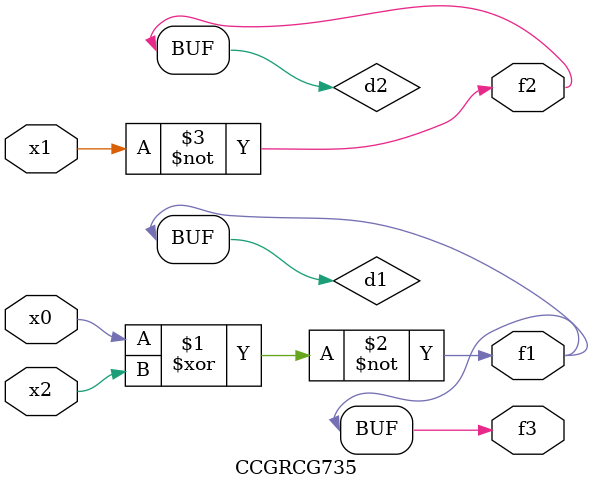
<source format=v>
module CCGRCG735(
	input x0, x1, x2,
	output f1, f2, f3
);

	wire d1, d2, d3;

	xnor (d1, x0, x2);
	nand (d2, x1);
	nor (d3, x1, x2);
	assign f1 = d1;
	assign f2 = d2;
	assign f3 = d1;
endmodule

</source>
